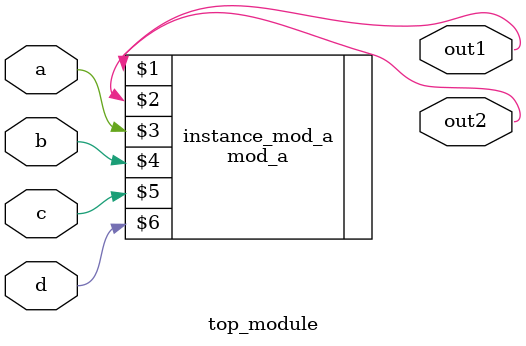
<source format=v>
module top_module ( 
    input a, 
    input b, 
    input c,
    input d,
    output out1,
    output out2
);

    // module mod_a ( output, output, input, input, input, input );
    
    mod_a instance_mod_a (out1, out2, a, b, c, d);
    
endmodule

</source>
